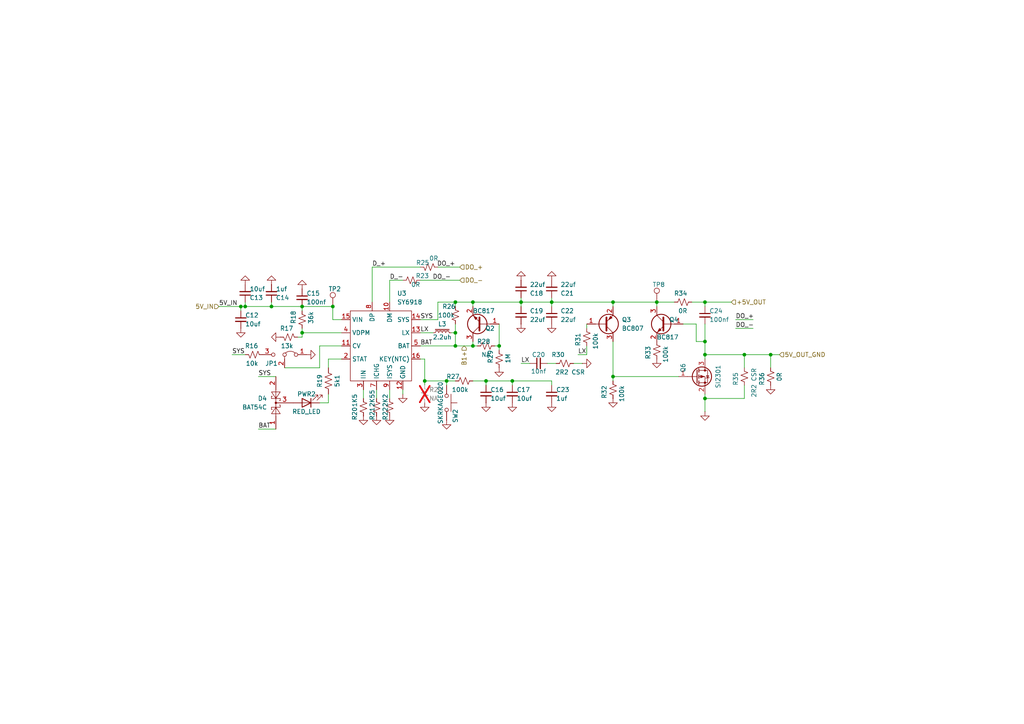
<source format=kicad_sch>
(kicad_sch (version 20250114) (generator "eeschema") (generator_version "9.0")
  (paper "A4")
  (lib_symbols
    (symbol "Connector:TestPoint" (pin_numbers (hide yes)) (pin_names (offset 0.762) (hide yes))
      (property "Reference" "TP" (at 0 6.858 0))
      (property "Value" "TestPoint" (at 0 5.08 0))
      (symbol "TestPoint_0_1"
        (circle (center 0 3.302) (radius 0.762))
      )
      (symbol "TestPoint_1_1"
        (pin passive line (at 0 0 90) (length 2.54) (name "1") (number "1"))
      )
    )
    (symbol "Device:C_Small" (pin_numbers (hide yes)) (pin_names (offset 0.254) (hide yes))
      (property "Reference" "C" (at 0.254 1.778 0))
      (property "Value" "C_Small" (at 0.254 -2.032 0))
      (symbol "C_Small_0_1"
        (polyline (pts (xy -1.524 0.508) (xy 1.524 0.508)) (stroke (width 0.3048)))
        (polyline (pts (xy -1.524 -0.508) (xy 1.524 -0.508)) (stroke (width 0.3302)))
      )
      (symbol "C_Small_1_1"
        (pin passive line (at 0 2.54 270) (length 2.032) (name "~") (number "1"))
        (pin passive line (at 0 -2.54 90) (length 2.032) (name "~") (number "2"))
      )
    )
    (symbol "Device:LED" (pin_numbers (hide yes)) (pin_names (offset 1.016) (hide yes))
      (property "Reference" "D" (at 0 2.54 0))
      (property "Value" "LED" (at 0 -2.54 0))
      (symbol "LED_0_1"
        (polyline (pts (xy -3.048 -0.762) (xy -4.572 -2.286) (xy -3.81 -2.286) (xy -4.572 -2.286) (xy -4.572 -1.524)))
        (polyline (pts (xy -1.778 -0.762) (xy -3.302 -2.286) (xy -2.54 -2.286) (xy -3.302 -2.286) (xy -3.302 -1.524)))
        (polyline (pts (xy -1.27 0) (xy 1.27 0)))
        (polyline (pts (xy -1.27 -1.27) (xy -1.27 1.27)) (stroke (width 0.254)))
        (polyline (pts (xy 1.27 -1.27) (xy 1.27 1.27) (xy -1.27 0) (xy 1.27 -1.27)) (stroke (width 0.254)))
      )
      (symbol "LED_1_1"
        (pin passive line (at -3.81 0 0) (length 2.54) (name "K") (number "1"))
        (pin passive line (at 3.81 0 180) (length 2.54) (name "A") (number "2"))
      )
    )
    (symbol "Device:L_Iron_Small" (pin_numbers (hide yes)) (pin_names (offset 0.254) (hide yes))
      (property "Reference" "L" (at 1.27 1.016 0))
      (property "Value" "L_Iron_Small" (at 1.27 -1.27 0))
      (symbol "L_Iron_Small_0_1"
        (arc (start 0 2.032) (mid 0.5058 1.524) (end 0 1.016))
        (arc (start 0 1.016) (mid 0.5058 0.508) (end 0 0))
        (arc (start 0 0) (mid 0.5058 -0.508) (end 0 -1.016))
        (arc (start 0 -1.016) (mid 0.5058 -1.524) (end 0 -2.032))
        (polyline (pts (xy 0.762 2.032) (xy 0.762 -2.032)))
        (polyline (pts (xy 1.016 -2.032) (xy 1.016 2.032)))
      )
      (symbol "L_Iron_Small_1_1"
        (pin passive line (at 0 2.54 270) (length 0.508) (name "~") (number "1"))
        (pin passive line (at 0 -2.54 90) (length 0.508) (name "~") (number "2"))
      )
    )
    (symbol "Device:R_US" (pin_numbers (hide yes)) (pin_names (offset 0))
      (property "Reference" "R" (at 2.54 0 90))
      (property "Value" "R_US" (at -2.54 0 90))
      (symbol "R_US_0_1"
        (polyline (pts (xy 0 2.286) (xy 0 2.54)))
        (polyline (pts (xy 0 2.286) (xy 1.016 1.905) (xy 0 1.524) (xy -1.016 1.143) (xy 0 0.762)))
        (polyline (pts (xy 0 0.762) (xy 1.016 0.381) (xy 0 0) (xy -1.016 -0.381) (xy 0 -0.762)))
        (polyline (pts (xy 0 -0.762) (xy 1.016 -1.143) (xy 0 -1.524) (xy -1.016 -1.905) (xy 0 -2.286)))
        (polyline (pts (xy 0 -2.286) (xy 0 -2.54)))
      )
      (symbol "R_US_1_1"
        (pin passive line (at 0 3.81 270) (length 1.27) (name "~") (number "1"))
        (pin passive line (at 0 -3.81 90) (length 1.27) (name "~") (number "2"))
      )
    )
    (symbol "Diode:BAT54C" (pin_names (offset 1.016))
      (property "Reference" "D" (at 0.635 -3.81 0))
      (property "Value" "BAT54C" (at -6.35 3.175 0))
      (symbol "BAT54C_0_1"
        (polyline (pts (xy -3.175 -1.27) (xy -3.175 1.27) (xy -1.27 0) (xy -3.175 -1.27)))
        (polyline (pts (xy -1.905 1.27) (xy -1.905 1.016)))
        (polyline (pts (xy -1.905 0) (xy 1.905 0)))
        (polyline (pts (xy -1.27 1.27) (xy -1.905 1.27)))
        (polyline (pts (xy -1.27 1.27) (xy -1.27 -1.27)))
        (polyline (pts (xy -1.27 0) (xy -3.81 0)))
        (polyline (pts (xy -1.27 -1.27) (xy -0.635 -1.27)))
        (polyline (pts (xy -0.635 -1.27) (xy -0.635 -1.016)))
        (circle (center 0 0) (radius 0.254) (fill (type outline)))
        (polyline (pts (xy 0.635 -1.27) (xy 0.635 -1.016)))
        (polyline (pts (xy 1.27 1.27) (xy 1.27 -1.27)))
        (polyline (pts (xy 1.27 1.27) (xy 1.905 1.27)))
        (polyline (pts (xy 1.27 -1.27) (xy 0.635 -1.27)))
        (polyline (pts (xy 1.905 1.27) (xy 1.905 1.016)))
        (polyline (pts (xy 3.175 -1.27) (xy 3.175 1.27) (xy 1.27 0) (xy 3.175 -1.27)))
        (polyline (pts (xy 3.81 0) (xy 1.27 0)))
      )
      (symbol "BAT54C_1_1"
        (pin passive line (at -7.62 0 0) (length 3.81) (name "~") (number "1"))
        (pin passive line (at 0 -5.08 90) (length 5.08) (name "~") (number "3"))
        (pin passive line (at 7.62 0 180) (length 3.81) (name "~") (number "2"))
      )
    )
    (symbol "Jumper:Jumper_3_Bridged12" (pin_names (offset 0) (hide yes)) (in_bom no)
      (property "Reference" "JP" (at -2.54 -2.54 0))
      (property "Value" "Jumper_3_Bridged12" (at 0 2.794 0))
      (symbol "Jumper_3_Bridged12_0_0"
        (circle (center -3.302 0) (radius 0.508))
        (circle (center 0 0) (radius 0.508))
        (circle (center 3.302 0) (radius 0.508))
      )
      (symbol "Jumper_3_Bridged12_0_1"
        (arc (start -3.048 0.508) (mid -1.651 0.9912) (end -0.254 0.508))
        (polyline (pts (xy 0 -1.27) (xy 0 -0.508)))
      )
      (symbol "Jumper_3_Bridged12_1_1"
        (pin passive line (at -6.35 0 0) (length 2.54) (name "A") (number "1"))
        (pin passive line (at 0 -3.81 90) (length 2.54) (name "C") (number "2"))
        (pin passive line (at 6.35 0 180) (length 2.54) (name "B") (number "3"))
      )
    )
    (symbol "Mosfet:P-Channel_sot_23" (pin_names (hide yes))
      (property "Reference" "Q" (at 5.08 1.905 0))
      (property "Value" "P-Channel_sot_23" (at 5.08 0 0))
      (symbol "P-Channel_sot_23_0_1"
        (polyline (pts (xy 0.254 1.905) (xy 0.254 -1.905)) (stroke (width 0.254)))
        (polyline (pts (xy 0.254 0) (xy -2.54 0)))
        (polyline (pts (xy 0.762 2.286) (xy 0.762 1.27)) (stroke (width 0.254)))
        (polyline (pts (xy 0.762 1.778) (xy 3.302 1.778) (xy 3.302 -1.778) (xy 0.762 -1.778)))
        (polyline (pts (xy 0.762 0.508) (xy 0.762 -0.508)) (stroke (width 0.254)))
        (polyline (pts (xy 0.762 -1.27) (xy 0.762 -2.286)) (stroke (width 0.254)))
        (circle (center 1.651 0) (radius 2.794) (stroke (width 0.254)))
        (polyline (pts (xy 2.286 0) (xy 1.27 0.381) (xy 1.27 -0.381) (xy 2.286 0)) (fill (type outline)))
        (polyline (pts (xy 2.54 2.54) (xy 2.54 1.778)))
        (circle (center 2.54 1.778) (radius 0.254) (fill (type outline)))
        (circle (center 2.54 -1.778) (radius 0.254) (fill (type outline)))
        (polyline (pts (xy 2.54 -2.54) (xy 2.54 0) (xy 0.762 0)))
        (polyline (pts (xy 2.794 -0.508) (xy 2.921 -0.381) (xy 3.683 -0.381) (xy 3.81 -0.254)))
        (polyline (pts (xy 3.302 -0.381) (xy 2.921 0.254) (xy 3.683 0.254) (xy 3.302 -0.381)))
      )
      (symbol "P-Channel_sot_23_1_1"
        (pin input line (at -5.08 0 0) (length 2.54) (name "G") (number "1"))
        (pin passive line (at 2.54 5.08 270) (length 2.54) (name "D") (number "3"))
        (pin passive line (at 2.54 -5.08 90) (length 2.54) (name "S") (number "2"))
      )
    )
    (symbol "RGB_5050:R_Small_US" (pin_numbers (hide yes)) (pin_names (offset 0.254) (hide yes))
      (property "Reference" "R" (at 0.762 0.508 0))
      (property "Value" "R_Small_US" (at 0.762 -1.016 0))
      (symbol "R_Small_US_1_1"
        (polyline (pts (xy 0 1.524) (xy 1.016 1.143) (xy 0 0.762) (xy -1.016 0.381) (xy 0 0)))
        (polyline (pts (xy 0 0) (xy 1.016 -0.381) (xy 0 -0.762) (xy -1.016 -1.143) (xy 0 -1.524)))
        (pin passive line (at 0 2.54 270) (length 1.016) (name "~") (number "1"))
        (pin passive line (at 0 -2.54 90) (length 1.016) (name "~") (number "2"))
      )
    )
    (symbol "Silergy:SY6918"
      (property "Reference" "U" (at 1.27 2.54 0))
      (property "Value" "SY6918" (at 0 0 0))
      (symbol "SY6918_0_1"
        (rectangle (start -8.89 10.16) (end 8.89 -10.16))
      )
      (symbol "SY6918_1_1"
        (pin power_in line (at -11.43 7.62 0) (length 2.54) (name "VIN") (number "15"))
        (pin input line (at -11.43 3.81 0) (length 2.54) (name "VDPM") (number "4"))
        (pin input line (at -11.43 0 0) (length 2.54) (name "CV") (number "11"))
        (pin input line (at -11.43 -3.81 0) (length 2.54) (hide yes) (name "NA") (number "1"))
        (pin input line (at -11.43 -3.81 0) (length 2.54) (name "STAT") (number "2"))
        (pin input line (at -5.08 -12.7 90) (length 2.54) (name "IIN") (number "3"))
        (pin bidirectional line (at -2.54 12.7 270) (length 2.54) (name "DP") (number "8"))
        (pin input line (at -1.27 -12.7 90) (length 2.54) (name "ICHG") (number "7"))
        (pin bidirectional line (at 2.54 12.7 270) (length 2.54) (name "DM") (number "10"))
        (pin input line (at 2.54 -12.7 90) (length 2.54) (name "ISYS") (number "9"))
        (pin input line (at 6.35 -12.7 90) (length 2.54) (name "GND") (number "12"))
        (pin power_out line (at 11.43 7.62 180) (length 2.54) (name "SYS") (number "14"))
        (pin output line (at 11.43 3.81 180) (length 2.54) (name "LX") (number "13"))
        (pin power_out line (at 11.43 0 180) (length 2.54) (name "BAT") (number "5"))
        (pin input line (at 11.43 0 180) (length 2.54) (hide yes) (name "NA") (number "6"))
        (pin input line (at 11.43 -3.81 180) (length 2.54) (name "KEY(NTC)") (number "16"))
      )
    )
    (symbol "Switch:SW_Push" (pin_numbers (hide yes)) (pin_names (offset 1.016) (hide yes))
      (property "Reference" "SW" (at 1.27 2.54 0))
      (property "Value" "SW_Push" (at 0 -1.524 0))
      (symbol "SW_Push_0_1"
        (circle (center -2.032 0) (radius 0.508))
        (polyline (pts (xy 0 1.27) (xy 0 3.048)))
        (circle (center 2.032 0) (radius 0.508))
        (polyline (pts (xy 2.54 1.27) (xy -2.54 1.27)))
        (pin passive line (at -5.08 0 0) (length 2.54) (name "1") (number "1"))
        (pin passive line (at 5.08 0 180) (length 2.54) (name "2") (number "2"))
      )
    )
    (symbol "Transistor_BJT:BC807" (pin_names (offset 0) (hide yes))
      (property "Reference" "Q" (at 5.08 1.905 0))
      (property "Value" "BC807" (at 5.08 0 0))
      (symbol "BC807_0_1"
        (polyline (pts (xy -2.54 0) (xy 0.635 0)))
        (polyline (pts (xy 0.635 1.905) (xy 0.635 -1.905)) (stroke (width 0.508)))
        (polyline (pts (xy 0.635 0.635) (xy 2.54 2.54)))
        (polyline (pts (xy 0.635 -0.635) (xy 2.54 -2.54)))
        (circle (center 1.27 0) (radius 2.8194) (stroke (width 0.254)))
        (polyline (pts (xy 2.286 -1.778) (xy 1.778 -2.286) (xy 1.27 -1.27) (xy 2.286 -1.778)) (fill (type outline)))
      )
      (symbol "BC807_1_1"
        (pin input line (at -5.08 0 0) (length 2.54) (name "B") (number "1"))
        (pin passive line (at 2.54 5.08 270) (length 2.54) (name "C") (number "3"))
        (pin passive line (at 2.54 -5.08 90) (length 2.54) (name "E") (number "2"))
      )
    )
    (symbol "Transistor_BJT:BC817" (pin_names (offset 0) (hide yes))
      (property "Reference" "Q" (at 5.08 1.905 0))
      (property "Value" "BC817" (at 5.08 0 0))
      (symbol "BC817_0_1"
        (polyline (pts (xy -2.54 0) (xy 0.635 0)))
        (polyline (pts (xy 0.635 1.905) (xy 0.635 -1.905)) (stroke (width 0.508)))
        (circle (center 1.27 0) (radius 2.8194) (stroke (width 0.254)))
      )
      (symbol "BC817_1_1"
        (polyline (pts (xy 0.635 0.635) (xy 2.54 2.54)))
        (polyline (pts (xy 0.635 -0.635) (xy 2.54 -2.54)))
        (polyline (pts (xy 1.27 -1.778) (xy 1.778 -1.27) (xy 2.286 -2.286) (xy 1.27 -1.778)) (fill (type outline)))
        (pin input line (at -5.08 0 0) (length 2.54) (name "B") (number "1"))
        (pin passive line (at 2.54 5.08 270) (length 2.54) (name "C") (number "3"))
        (pin passive line (at 2.54 -5.08 90) (length 2.54) (name "E") (number "2"))
      )
    )
    (symbol "power:GND" (power) (pin_numbers (hide yes)) (pin_names (offset 0) (hide yes))
      (property "Value" "GND" (at 0 -3.81 0))
      (symbol "GND_0_1"
        (polyline (pts (xy 0 0) (xy 0 -1.27) (xy 1.27 -1.27) (xy 0 -2.54) (xy -1.27 -1.27) (xy 0 -1.27)))
      )
      (symbol "GND_1_1"
        (pin power_in line (at 0 0 270) (length 0) (name "~") (number "1"))
      )
    )
  )
  (junction (at 87.63 96.52))
  (junction (at 223.52 102.87))
  (junction (at 148.59 110.49))
  (junction (at 177.8 109.22))
  (junction (at 69.85 88.9))
  (junction (at 87.63 88.9))
  (junction (at 96.52 88.9))
  (junction (at 78.74 88.9))
  (junction (at 144.78 100.33))
  (junction (at 132.08 96.52))
  (junction (at 151.13 87.63))
  (junction (at 129.54 110.49))
  (junction (at 177.8 87.63))
  (junction (at 132.08 87.63))
  (junction (at 204.47 99.06))
  (junction (at 160.02 87.63))
  (junction (at 215.9 102.87))
  (junction (at 204.47 87.63))
  (junction (at 137.16 100.33))
  (junction (at 132.08 100.33))
  (junction (at 204.47 115.57))
  (junction (at 140.97 110.49))
  (junction (at 137.16 87.63))
  (junction (at 123.19 110.49))
  (junction (at 204.47 102.87))
  (junction (at 71.12 88.9))
  (junction (at 190.5 87.63))
  (wire (pts (xy 215.9 102.87) (xy 204.47 102.87)))
  (wire (pts (xy 223.52 102.87) (xy 215.9 102.87)))
  (wire (pts (xy 170.18 100.33) (xy 170.18 102.87)))
  (wire (pts (xy 151.13 105.41) (xy 153.67 105.41)))
  (wire (pts (xy 204.47 87.63) (xy 204.47 88.9)))
  (wire (pts (xy 198.12 93.98) (xy 201.93 93.98)))
  (wire (pts (xy 151.13 86.36) (xy 151.13 87.63)))
  (wire (pts (xy 204.47 115.57) (xy 215.9 115.57)))
  (wire (pts (xy 213.36 92.71) (xy 218.44 92.71)))
  (wire (pts (xy 127 77.47) (xy 133.35 77.47)))
  (wire (pts (xy 204.47 119.38) (xy 204.47 115.57)))
  (wire (pts (xy 204.47 87.63) (xy 212.09 87.63)))
  (wire (pts (xy 87.63 90.17) (xy 87.63 88.9)))
  (wire (pts (xy 99.06 100.33) (xy 92.71 100.33)))
  (wire (pts (xy 177.8 99.06) (xy 177.8 109.22)))
  (wire (pts (xy 177.8 109.22) (xy 196.85 109.22)))
  (wire (pts (xy 92.71 100.33) (xy 92.71 106.68)))
  (wire (pts (xy 160.02 110.49) (xy 160.02 111.76)))
  (wire (pts (xy 113.03 87.63) (xy 113.03 81.28)))
  (wire (pts (xy 74.93 124.46) (xy 80.01 124.46)))
  (wire (pts (xy 215.9 111.76) (xy 215.9 115.57)))
  (wire (pts (xy 121.92 92.71) (xy 127 92.71)))
  (wire (pts (xy 71.12 88.9) (xy 78.74 88.9)))
  (wire (pts (xy 151.13 87.63) (xy 151.13 88.9)))
  (wire (pts (xy 87.63 96.52) (xy 87.63 97.79)))
  (wire (pts (xy 190.5 87.63) (xy 195.58 87.63)))
  (wire (pts (xy 96.52 92.71) (xy 99.06 92.71)))
  (wire (pts (xy 121.92 81.28) (xy 133.35 81.28)))
  (wire (pts (xy 113.03 113.03) (xy 113.03 115.57)))
  (wire (pts (xy 144.78 100.33) (xy 144.78 101.6)))
  (wire (pts (xy 123.19 110.49) (xy 123.19 111.76)))
  (wire (pts (xy 95.25 106.68) (xy 95.25 104.14)))
  (wire (pts (xy 161.29 105.41) (xy 158.75 105.41)))
  (wire (pts (xy 144.78 93.98) (xy 144.78 100.33)))
  (wire (pts (xy 148.59 110.49) (xy 160.02 110.49)))
  (wire (pts (xy 204.47 102.87) (xy 204.47 104.14)))
  (wire (pts (xy 132.08 93.98) (xy 132.08 96.52)))
  (wire (pts (xy 177.8 109.22) (xy 177.8 110.49)))
  (wire (pts (xy 132.08 87.63) (xy 137.16 87.63)))
  (wire (pts (xy 160.02 87.63) (xy 160.02 88.9)))
  (wire (pts (xy 177.8 87.63) (xy 177.8 88.9)))
  (wire (pts (xy 129.54 110.49) (xy 129.54 111.76)))
  (wire (pts (xy 151.13 87.63) (xy 160.02 87.63)))
  (wire (pts (xy 201.93 99.06) (xy 204.47 99.06)))
  (wire (pts (xy 96.52 88.9) (xy 96.52 92.71)))
  (wire (pts (xy 74.93 109.22) (xy 80.01 109.22)))
  (wire (pts (xy 160.02 87.63) (xy 177.8 87.63)))
  (wire (pts (xy 148.59 110.49) (xy 148.59 111.76)))
  (wire (pts (xy 177.8 87.63) (xy 190.5 87.63)))
  (wire (pts (xy 132.08 100.33) (xy 137.16 100.33)))
  (wire (pts (xy 132.08 96.52) (xy 132.08 100.33)))
  (wire (pts (xy 204.47 115.57) (xy 204.47 114.3)))
  (wire (pts (xy 140.97 110.49) (xy 140.97 111.76)))
  (wire (pts (xy 137.16 87.63) (xy 137.16 88.9)))
  (wire (pts (xy 129.54 110.49) (xy 132.08 110.49)))
  (wire (pts (xy 204.47 93.98) (xy 204.47 99.06)))
  (wire (pts (xy 226.06 102.87) (xy 223.52 102.87)))
  (wire (pts (xy 121.92 96.52) (xy 125.73 96.52)))
  (wire (pts (xy 63.5 88.9) (xy 69.85 88.9)))
  (wire (pts (xy 87.63 97.79) (xy 86.36 97.79)))
  (wire (pts (xy 67.31 102.87) (xy 71.12 102.87)))
  (wire (pts (xy 201.93 93.98) (xy 201.93 99.06)))
  (wire (pts (xy 223.52 102.87) (xy 223.52 106.68)))
  (wire (pts (xy 78.74 87.63) (xy 78.74 88.9)))
  (wire (pts (xy 78.74 88.9) (xy 87.63 88.9)))
  (wire (pts (xy 213.36 95.25) (xy 218.44 95.25)))
  (wire (pts (xy 132.08 88.9) (xy 132.08 87.63)))
  (wire (pts (xy 71.12 87.63) (xy 71.12 88.9)))
  (wire (pts (xy 140.97 110.49) (xy 148.59 110.49)))
  (wire (pts (xy 170.18 102.87) (xy 167.64 102.87)))
  (wire (pts (xy 116.84 113.03) (xy 116.84 114.3)))
  (wire (pts (xy 69.85 90.17) (xy 69.85 88.9)))
  (wire (pts (xy 137.16 110.49) (xy 140.97 110.49)))
  (wire (pts (xy 170.18 93.98) (xy 170.18 95.25)))
  (wire (pts (xy 190.5 87.63) (xy 190.5 88.9)))
  (wire (pts (xy 95.25 104.14) (xy 99.06 104.14)))
  (wire (pts (xy 137.16 99.06) (xy 137.16 100.33)))
  (wire (pts (xy 127 87.63) (xy 132.08 87.63)))
  (wire (pts (xy 215.9 102.87) (xy 215.9 106.68)))
  (wire (pts (xy 87.63 96.52) (xy 99.06 96.52)))
  (wire (pts (xy 87.63 88.9) (xy 96.52 88.9)))
  (wire (pts (xy 121.92 104.14) (xy 123.19 104.14)))
  (wire (pts (xy 69.85 88.9) (xy 71.12 88.9)))
  (wire (pts (xy 200.66 87.63) (xy 204.47 87.63)))
  (wire (pts (xy 92.71 106.68) (xy 82.55 106.68)))
  (wire (pts (xy 143.51 100.33) (xy 144.78 100.33)))
  (wire (pts (xy 204.47 99.06) (xy 204.47 102.87)))
  (wire (pts (xy 137.16 87.63) (xy 151.13 87.63)))
  (wire (pts (xy 123.19 104.14) (xy 123.19 110.49)))
  (wire (pts (xy 137.16 100.33) (xy 138.43 100.33)))
  (wire (pts (xy 121.92 100.33) (xy 132.08 100.33)))
  (wire (pts (xy 92.71 116.84) (xy 95.25 116.84)))
  (wire (pts (xy 105.41 113.03) (xy 105.41 115.57)))
  (wire (pts (xy 107.95 87.63) (xy 107.95 77.47)))
  (wire (pts (xy 132.08 96.52) (xy 130.81 96.52)))
  (wire (pts (xy 95.25 116.84) (xy 95.25 114.3)))
  (wire (pts (xy 168.91 105.41) (xy 166.37 105.41)))
  (wire (pts (xy 87.63 95.25) (xy 87.63 96.52)))
  (wire (pts (xy 123.19 110.49) (xy 129.54 110.49)))
  (wire (pts (xy 109.22 113.03) (xy 109.22 115.57)))
  (wire (pts (xy 127 92.71) (xy 127 87.63)))
  (wire (pts (xy 160.02 86.36) (xy 160.02 87.63)))
  (wire (pts (xy 107.95 77.47) (xy 121.92 77.47)))
  (wire (pts (xy 113.03 81.28) (xy 116.84 81.28)))
  (label "DO_-" (at 130.81 81.28 180))
  (label "LX" (at 121.92 96.52 0))
  (label "SYS" (at 67.31 102.87 0))
  (label "DO_+" (at 132.08 77.47 180))
  (label "LX" (at 167.64 102.87 0))
  (label "D_+" (at 107.95 77.47 0))
  (label "DO_+" (at 213.36 92.71 0))
  (label "LX" (at 151.13 105.41 0))
  (label "BAT" (at 121.92 100.33 0))
  (label "D_-" (at 113.03 81.28 0))
  (label "DO_-" (at 213.36 95.25 0))
  (label "SYS" (at 74.93 109.22 0))
  (label "BAT" (at 74.93 124.46 0))
  (label "5V_IN" (at 63.5 88.9 0))
  (label "SYS" (at 121.92 92.71 0))
  (hierarchical_label "5V_OUT_GND" (shape input) (at 226.06 102.87 0))
  (hierarchical_label "5V_IN" (shape input) (at 63.5 88.9 180))
  (hierarchical_label "DO_+" (shape input) (at 133.35 77.47 0))
  (hierarchical_label "B1+" (shape input) (at 134.62 100.33 270))
  (hierarchical_label "+5V_OUT" (shape input) (at 212.09 87.63 0))
  (hierarchical_label "DO_-" (shape input) (at 133.35 81.28 0))
  (symbol (lib_id "Jumper:Jumper_3_Bridged12") (at 82.55 102.87 0) (mirror y) (unit 1) (in_bom no)
    (property "Reference" "JP1" (at 78.74 105.41 0))
    (property "Value" "Jumper_3_Bridged12" (effects (hide yes)))
    (property "Footprint" "JUMPER_SMD:J_0402_1005Metric" (effects (hide yes)))
    (property "Description" "Jumper, 3-pole, pins 1+2 closed/bridged" (effects (hide yes)))
  )
  (symbol (lib_id "RGB_5050:R_Small_US") (at 215.9 109.22 180) (unit 1)
    (property "Reference" "R35" (at 213.36 107.95 90) (effects (justify left)))
    (property "Value" "2R2 CSR" (at 218.694 106.68 90) (effects (justify left)))
    (property "Footprint" "Resistor_SMD:R_1206_3216Metric" (effects (hide yes)))
    (property "Description" "Resistor, small US symbol" (effects (hide yes)))
  )
  (symbol (lib_id "Device:C_Small") (at 160.02 91.44 0) (unit 1)
    (property "Reference" "C22" (at 162.56 90.1762 0) (effects (justify left)))
    (property "Value" "22uf" (at 162.56 92.7162 0) (effects (justify left)))
    (property "Footprint" "Capacitor_SMD:C_1206_3216Metric" (effects (hide yes)))
    (property "Description" "Unpolarized capacitor, small symbol" (effects (hide yes)))
  )
  (symbol (lib_id "Device:C_Small") (at 87.63 86.36 0) (unit 1)
    (property "Reference" "C15" (at 88.9 85.09 0) (effects (justify left)))
    (property "Value" "100nf" (at 88.9 87.63 0) (effects (justify left)))
    (property "Footprint" "Capacitor_SMD:C_0603_1608Metric" (effects (hide yes)))
    (property "Description" "Unpolarized capacitor, small symbol" (effects (hide yes)))
  )
  (symbol (lib_id "power:GND") (at 190.5 104.14 0) (unit 1)
    (property "Reference" "#PWR049" (effects (hide yes)))
    (property "Value" "GND" (effects (hide yes)))
    (property "Description" "Power symbol creates a global label with name \"GND\" , ground" (effects (hide yes)))
  )
  (symbol (lib_id "Device:C_Small") (at 78.74 85.09 0) (mirror x) (unit 1)
    (property "Reference" "C14" (at 80.01 86.36 0) (effects (justify left)))
    (property "Value" "1uf" (at 80.01 83.82 0) (effects (justify left)))
    (property "Footprint" "Capacitor_SMD:C_0603_1608Metric" (effects (hide yes)))
    (property "Description" "Unpolarized capacitor, small symbol" (effects (hide yes)))
  )
  (symbol (lib_id "RGB_5050:R_Small_US") (at 170.18 97.79 180) (unit 1)
    (property "Reference" "R31" (at 167.64 96.52 90) (effects (justify left)))
    (property "Value" "100k" (at 172.72 96.52 90) (effects (justify left)))
    (property "Footprint" "Resistor_SMD:R_0603_1608Metric" (effects (hide yes)))
    (property "Description" "Resistor, small US symbol" (effects (hide yes)))
  )
  (symbol (lib_id "Device:C_Small") (at 160.02 83.82 0) (mirror x) (unit 1)
    (property "Reference" "C21" (at 162.56 85.0838 0) (effects (justify left)))
    (property "Value" "22uf" (at 162.56 82.5438 0) (effects (justify left)))
    (property "Footprint" "Capacitor_SMD:C_1206_3216Metric" (effects (hide yes)))
    (property "Description" "Unpolarized capacitor, small symbol" (effects (hide yes)))
  )
  (symbol (lib_id "Device:C_Small") (at 151.13 91.44 0) (unit 1)
    (property "Reference" "C19" (at 153.67 90.1762 0) (effects (justify left)))
    (property "Value" "22uf" (at 153.67 92.7162 0) (effects (justify left)))
    (property "Footprint" "Capacitor_SMD:C_1206_3216Metric" (effects (hide yes)))
    (property "Description" "Unpolarized capacitor, small symbol" (effects (hide yes)))
  )
  (symbol (lib_id "Device:R_US") (at 95.25 110.49 180) (unit 1)
    (property "Reference" "R19" (at 92.71 110.49 90))
    (property "Value" "5k1" (at 97.79 110.49 90))
    (property "Footprint" "Resistor_SMD:R_0603_1608Metric" (effects (hide yes)))
    (property "Description" "Resistor, US symbol" (effects (hide yes)))
    (property "Manufacturer_Name" "MULTICOMP PRO" (effects (hide yes)))
    (property "Manufacturer_Part_Number" "MCWR06X5101FTL" (effects (hide yes)))
    (property "LCSC_Part" "C23186" (effects (hide yes)))
    (property "Manufacturer_Name_2" "UNI-ROYAL(Uniroyal Elec)" (effects (hide yes)))
    (property "Manufacturer_Part_Number_2" "0603WAF5101T5E" (effects (hide yes)))
  )
  (symbol (lib_id "RGB_5050:R_Small_US") (at 132.08 91.44 0) (unit 1)
    (property "Reference" "R26" (at 128.27 88.9 0) (effects (justify left)))
    (property "Value" "100k" (at 127 91.44 0) (effects (justify left)))
    (property "Footprint" "Resistor_SMD:R_0603_1608Metric" (effects (hide yes)))
    (property "Description" "Resistor, small US symbol" (effects (hide yes)))
  )
  (symbol (lib_id "Transistor_BJT:BC817") (at 193.04 93.98 0) (mirror y) (unit 1)
    (property "Reference" "Q4" (at 196.85 92.71 0) (effects (justify left)))
    (property "Value" "BC817" (at 196.85 97.79 0) (effects (justify left)))
    (property "Footprint" "Package_TO_SOT_SMD:SOT-23" (effects (hide yes)))
    (property "Datasheet" "https://www.onsemi.com/pub/Collateral/BC818-D.pdf" (effects (hide yes)))
    (property "Description" "0.8A Ic, 45V Vce, NPN Transistor, SOT-23" (effects (hide yes)))
  )
  (symbol (lib_id "power:GND") (at 168.91 105.41 90) (unit 1)
    (property "Reference" "#PWR047" (effects (hide yes)))
    (property "Value" "GND" (effects (hide yes)))
    (property "Description" "Power symbol creates a global label with name \"GND\" , ground" (effects (hide yes)))
  )
  (symbol (lib_id "power:GND") (at 140.97 116.84 0) (unit 1)
    (property "Reference" "#PWR039" (effects (hide yes)))
    (property "Value" "GND" (effects (hide yes)))
    (property "Description" "Power symbol creates a global label with name \"GND\" , ground" (effects (hide yes)))
  )
  (symbol (lib_id "power:GND") (at 151.13 93.98 0) (unit 1)
    (property "Reference" "#PWR043" (effects (hide yes)))
    (property "Value" "GND" (effects (hide yes)))
    (property "Description" "Power symbol creates a global label with name \"GND\" , ground" (effects (hide yes)))
  )
  (symbol (lib_id "RGB_5050:R_Small_US") (at 105.41 118.11 0) (unit 1)
    (property "Reference" "R20" (at 102.87 121.92 90) (effects (justify left)))
    (property "Value" "1K5" (at 102.87 118.11 90) (effects (justify left)))
    (property "Footprint" "Resistor_SMD:R_0603_1608Metric" (effects (hide yes)))
    (property "Description" "Resistor, small US symbol" (effects (hide yes)))
  )
  (symbol (lib_id "RGB_5050:R_Small_US") (at 144.78 104.14 0) (unit 1)
    (property "Reference" "R29" (at 142.24 105.41 90) (effects (justify left)))
    (property "Value" "1M" (at 147.32 105.41 90) (effects (justify left)))
    (property "Footprint" "Resistor_SMD:R_0805_2012Metric" (effects (hide yes)))
    (property "Description" "Resistor, small US symbol" (effects (hide yes)))
  )
  (symbol (lib_id "power:GND") (at 160.02 116.84 0) (unit 1)
    (property "Reference" "#PWR046" (effects (hide yes)))
    (property "Value" "GND" (effects (hide yes)))
    (property "Description" "Power symbol creates a global label with name \"GND\" , ground" (effects (hide yes)))
  )
  (symbol (lib_id "power:GND") (at 71.12 82.55 0) (mirror x) (unit 1)
    (property "Reference" "#PWR028" (effects (hide yes)))
    (property "Value" "GND" (effects (hide yes)))
    (property "Description" "Power symbol creates a global label with name \"GND\" , ground" (effects (hide yes)))
  )
  (symbol (lib_id "Transistor_BJT:BC817") (at 139.7 93.98 180) (unit 1)
    (property "Reference" "Q2" (at 143.51 95.25 0) (effects (justify left)))
    (property "Value" "BC817" (at 143.51 90.17 0) (effects (justify left)))
    (property "Footprint" "Package_TO_SOT_SMD:SOT-23" (effects (hide yes)))
    (property "Datasheet" "https://www.onsemi.com/pub/Collateral/BC818-D.pdf" (effects (hide yes)))
    (property "Description" "0.8A Ic, 45V Vce, NPN Transistor, SOT-23" (effects (hide yes)))
  )
  (symbol (lib_id "Switch:SW_Push") (at 129.54 116.84 270) (unit 1)
    (property "Reference" "SW2" (at 132.08 120.65 0))
    (property "Value" "SKRKAGE020" (at 127.762 116.84 0))
    (property "Footprint" "Button:SW_Push_SPST_NO_Alps_SKRK" (effects (hide yes)))
    (property "Datasheet" "https://www.mouser.in/datasheet/2/15/SKRK-1370789.pdf" (effects (hide yes)))
    (property "Description" "Push button switch, generic, two pins" (effects (hide yes)))
    (property "Link" "https://www.ktron.in/product/3x4x2mm-smd-tactile-switch/?v=c86ee0d9d7ed" (effects (hide yes)))
    (property "LCSC_Part" "C18077675" (effects (hide yes)))
    (property "Manufacturer_Name" "Alps Alpine" (effects (hide yes)))
    (property "Manufacturer_Name_2" "Bossie" (effects (hide yes)))
    (property "Manufacturer_Part_Number" "SKRKAGE020" (effects (hide yes)))
    (property "Manufacturer_Part_Number_2" "BX-TS-26-3929325T" (effects (hide yes)))
  )
  (symbol (lib_id "Connector:TestPoint") (at 96.52 88.9 0) (unit 1)
    (property "Reference" "TP2" (at 95.25 83.82 0) (effects (justify left)))
    (property "Value" "TestPoint" (effects (hide yes)))
    (property "Footprint" "TestPoint:TestPoint_Pad_D1.0mm" (effects (hide yes)))
    (property "Description" "test point" (effects (hide yes)))
  )
  (symbol (lib_id "Device:C_Small") (at 204.47 91.44 0) (unit 1)
    (property "Reference" "C24" (at 205.74 90.17 0) (effects (justify left)))
    (property "Value" "100nf" (at 205.74 92.71 0) (effects (justify left)))
    (property "Footprint" "Capacitor_SMD:C_0603_1608Metric" (effects (hide yes)))
    (property "Description" "Unpolarized capacitor, small symbol" (effects (hide yes)))
  )
  (symbol (lib_id "power:GND") (at 177.8 115.57 0) (unit 1)
    (property "Reference" "#PWR048" (effects (hide yes)))
    (property "Value" "GND" (effects (hide yes)))
    (property "Description" "Power symbol creates a global label with name \"GND\" , ground" (effects (hide yes)))
  )
  (symbol (lib_id "Device:C_Small") (at 71.12 85.09 0) (mirror x) (unit 1)
    (property "Reference" "C13" (at 72.39 86.36 0) (effects (justify left)))
    (property "Value" "10uf" (at 72.39 83.82 0) (effects (justify left)))
    (property "Footprint" "Capacitor_SMD:C_1206_3216Metric" (effects (hide yes)))
    (property "Description" "Unpolarized capacitor, small symbol" (effects (hide yes)))
  )
  (symbol (lib_id "power:GND") (at 144.78 106.68 0) (unit 1)
    (property "Reference" "#PWR040" (effects (hide yes)))
    (property "Value" "GND" (effects (hide yes)))
    (property "Description" "Power symbol creates a global label with name \"GND\" , ground" (effects (hide yes)))
  )
  (symbol (lib_id "Device:C_Small") (at 156.21 105.41 90) (unit 1)
    (property "Reference" "C20" (at 156.21 102.87 90))
    (property "Value" "10nf" (at 156.21 107.696 90))
    (property "Footprint" "Capacitor_SMD:C_0603_1608Metric" (effects (hide yes)))
    (property "Description" "Unpolarized capacitor, small symbol" (effects (hide yes)))
  )
  (symbol (lib_id "RGB_5050:R_Small_US") (at 113.03 118.11 0) (unit 1)
    (property "Reference" "R22" (at 111.76 121.92 90) (effects (justify left)))
    (property "Value" "2K2" (at 111.76 118.11 90) (effects (justify left)))
    (property "Footprint" "Resistor_SMD:R_0603_1608Metric" (effects (hide yes)))
    (property "Description" "Resistor, small US symbol" (effects (hide yes)))
  )
  (symbol (lib_id "power:GND") (at 223.52 111.76 0) (unit 1)
    (property "Reference" "#PWR051" (effects (hide yes)))
    (property "Value" "GND" (effects (hide yes)))
    (property "Description" "Power symbol creates a global label with name \"GND\" , ground" (effects (hide yes)))
  )
  (symbol (lib_id "power:GND") (at 160.02 81.28 0) (mirror x) (unit 1)
    (property "Reference" "#PWR044" (effects (hide yes)))
    (property "Value" "GND" (effects (hide yes)))
    (property "Description" "Power symbol creates a global label with name \"GND\" , ground" (effects (hide yes)))
  )
  (symbol (lib_id "Device:C_Small") (at 69.85 92.71 0) (unit 1)
    (property "Reference" "C12" (at 71.12 91.44 0) (effects (justify left)))
    (property "Value" "10uf" (at 71.12 93.98 0) (effects (justify left)))
    (property "Footprint" "Capacitor_SMD:C_1206_3216Metric" (effects (hide yes)))
    (property "Description" "Unpolarized capacitor, small symbol" (effects (hide yes)))
  )
  (symbol (lib_id "RGB_5050:R_Small_US") (at 83.82 97.79 90) (mirror x) (unit 1)
    (property "Reference" "R17" (at 85.09 95.25 90) (effects (justify left)))
    (property "Value" "13k" (at 85.09 100.33 90) (effects (justify left)))
    (property "Footprint" "Resistor_SMD:R_0603_1608Metric" (effects (hide yes)))
    (property "Description" "Resistor, small US symbol" (effects (hide yes)))
  )
  (symbol (lib_id "Diode:BAT54C") (at 80.01 116.84 90) (unit 1)
    (property "Reference" "D4" (at 77.47 115.5699 90) (effects (justify left)))
    (property "Value" "BAT54C" (at 77.47 118.1099 90) (effects (justify left)))
    (property "Footprint" "Package_TO_SOT_SMD:SOT-23" (effects (hide yes)))
    (property "Datasheet" "http://www.diodes.com/_files/datasheets/ds11005.pdf" (effects (hide yes)))
    (property "Description" "dual schottky barrier diode, common cathode" (effects (hide yes)))
  )
  (symbol (lib_id "RGB_5050:R_Small_US") (at 123.19 114.3 0) (unit 1) (in_bom no) (dnp yes)
    (property "Reference" "R24" (at 124.46 113.03 0) (effects (justify left)))
    (property "Value" "NA" (at 124.46 115.57 0) (effects (justify left)))
    (property "Footprint" "Resistor_SMD:R_0603_1608Metric" (effects (hide yes)))
    (property "Description" "Resistor, small US symbol" (effects (hide yes)))
  )
  (symbol (lib_id "power:GND") (at 116.84 114.3 0) (unit 1)
    (property "Reference" "#PWR036" (effects (hide yes)))
    (property "Value" "GND" (effects (hide yes)))
    (property "Description" "Power symbol creates a global label with name \"GND\" , ground" (effects (hide yes)))
  )
  (symbol (lib_id "Device:C_Small") (at 151.13 83.82 0) (mirror x) (unit 1)
    (property "Reference" "C18" (at 153.67 85.0838 0) (effects (justify left)))
    (property "Value" "22uf" (at 153.67 82.5438 0) (effects (justify left)))
    (property "Footprint" "Capacitor_SMD:C_1206_3216Metric" (effects (hide yes)))
    (property "Description" "Unpolarized capacitor, small symbol" (effects (hide yes)))
  )
  (symbol (lib_id "Device:LED") (at 88.9 116.84 180) (unit 1)
    (property "Reference" "PWR2" (at 88.9 114.3 0))
    (property "Value" "RED_LED" (at 88.9 119.38 0))
    (property "Footprint" "LED_SMD:LED_0805_2012Metric" (effects (hide yes)))
    (property "Description" "Light emitting diode" (effects (hide yes)))
    (property "Sim.Pins" "1=K 2=A" (effects (hide yes)))
    (property "Manufacturer_Name" "MULTICOMP PRO" (effects (hide yes)))
    (property "Manufacturer_Part_Number" "MP006842" (effects (hide yes)))
    (property "LCSC_Part" "C965812" (effects (hide yes)))
    (property "Manufacturer_Name_2" "XINGLIGHT" (effects (hide yes)))
    (property "Manufacturer_Part_Number_2" "XL-2012SURC" (effects (hide yes)))
  )
  (symbol (lib_id "Device:L_Iron_Small") (at 128.27 96.52 90) (unit 1)
    (property "Reference" "L3" (at 128.27 93.98 90))
    (property "Value" "2.2uh" (at 128.27 97.79 90))
    (property "Footprint" "Inductor:L_APV_APH0650_6045" (effects (hide yes)))
    (property "Description" "Inductor with iron core, small symbol" (effects (hide yes)))
    (property "Field5" "1.5uh on evk as per data shet & design 2.2 for this ASPI-0630LR-2R2" (effects (hide yes)))
  )
  (symbol (lib_id "RGB_5050:R_Small_US") (at 134.62 110.49 90) (unit 1)
    (property "Reference" "R27" (at 133.35 109.22 90) (effects (justify left)))
    (property "Value" "100k" (at 135.89 113.03 90) (effects (justify left)))
    (property "Footprint" "Resistor_SMD:R_0603_1608Metric" (effects (hide yes)))
    (property "Description" "Resistor, small US symbol" (effects (hide yes)))
  )
  (symbol (lib_id "RGB_5050:R_Small_US") (at 140.97 100.33 90) (unit 1) (in_bom no)
    (property "Reference" "R28" (at 142.24 99.06 90) (effects (justify left)))
    (property "Value" "NA" (at 142.24 102.87 90) (effects (justify left)))
    (property "Footprint" "Resistor_SMD:R_0603_1608Metric" (effects (hide yes)))
    (property "Description" "Resistor, small US symbol" (effects (hide yes)))
  )
  (symbol (lib_id "RGB_5050:R_Small_US") (at 119.38 81.28 90) (unit 1)
    (property "Reference" "R23" (at 124.46 80.01 90) (effects (justify left)))
    (property "Value" "0R" (at 121.92 82.55 90) (effects (justify left)))
    (property "Footprint" "Resistor_SMD:R_0603_1608Metric" (effects (hide yes)))
    (property "Description" "Resistor, small US symbol" (effects (hide yes)))
  )
  (symbol (lib_id "Device:C_Small") (at 148.59 114.3 0) (unit 1)
    (property "Reference" "C17" (at 149.86 113.03 0) (effects (justify left)))
    (property "Value" "10uf" (at 149.86 115.57 0) (effects (justify left)))
    (property "Footprint" "Capacitor_SMD:C_0805_2012Metric" (effects (hide yes)))
    (property "Description" "Unpolarized capacitor, small symbol" (effects (hide yes)))
  )
  (symbol (lib_id "RGB_5050:R_Small_US") (at 190.5 101.6 180) (unit 1)
    (property "Reference" "R33" (at 187.96 100.33 90) (effects (justify left)))
    (property "Value" "100k" (at 193.04 100.33 90) (effects (justify left)))
    (property "Footprint" "Resistor_SMD:R_0603_1608Metric" (effects (hide yes)))
    (property "Description" "Resistor, small US symbol" (effects (hide yes)))
  )
  (symbol (lib_id "power:GND") (at 81.28 97.79 270) (unit 1)
    (property "Reference" "#PWR030" (effects (hide yes)))
    (property "Value" "GND" (effects (hide yes)))
    (property "Description" "Power symbol creates a global label with name \"GND\" , ground" (effects (hide yes)))
  )
  (symbol (lib_id "power:GND") (at 87.63 83.82 0) (mirror x) (unit 1)
    (property "Reference" "#PWR031" (effects (hide yes)))
    (property "Value" "GND" (effects (hide yes)))
    (property "Description" "Power symbol creates a global label with name \"GND\" , ground" (effects (hide yes)))
  )
  (symbol (lib_id "RGB_5050:R_Small_US") (at 109.22 118.11 0) (unit 1)
    (property "Reference" "R21" (at 107.95 121.92 90) (effects (justify left)))
    (property "Value" "2K55" (at 107.95 118.11 90) (effects (justify left)))
    (property "Footprint" "Resistor_SMD:R_0603_1608Metric" (effects (hide yes)))
    (property "Description" "Resistor, small US symbol" (effects (hide yes)))
  )
  (symbol (lib_id "power:GND") (at 69.85 95.25 0) (unit 1)
    (property "Reference" "#PWR027" (effects (hide yes)))
    (property "Value" "GND" (effects (hide yes)))
    (property "Description" "Power symbol creates a global label with name \"GND\" , ground" (effects (hide yes)))
  )
  (symbol (lib_id "power:GND") (at 88.9 102.87 90) (unit 1)
    (property "Reference" "#PWR032" (effects (hide yes)))
    (property "Value" "GND" (effects (hide yes)))
    (property "Description" "Power symbol creates a global label with name \"GND\" , ground" (effects (hide yes)))
  )
  (symbol (lib_id "Device:C_Small") (at 160.02 114.3 0) (unit 1)
    (property "Reference" "C23" (at 161.29 113.03 0) (effects (justify left)))
    (property "Value" "1uf" (at 161.29 115.57 0) (effects (justify left)))
    (property "Footprint" "Capacitor_SMD:C_0603_1608Metric" (effects (hide yes)))
    (property "Description" "Unpolarized capacitor, small symbol" (effects (hide yes)))
  )
  (symbol (lib_id "RGB_5050:R_Small_US") (at 124.46 77.47 270) (mirror x) (unit 1)
    (property "Reference" "R25" (at 120.65 76.2 90) (effects (justify left)))
    (property "Value" "0R" (at 124.46 74.93 90) (effects (justify left)))
    (property "Footprint" "Resistor_SMD:R_0603_1608Metric" (effects (hide yes)))
    (property "Description" "Resistor, small US symbol" (effects (hide yes)))
  )
  (symbol (lib_id "power:GND") (at 129.54 121.92 0) (unit 1)
    (property "Reference" "#PWR038" (effects (hide yes)))
    (property "Value" "GND" (effects (hide yes)))
    (property "Description" "Power symbol creates a global label with name \"GND\" , ground" (effects (hide yes)))
  )
  (symbol (lib_id "RGB_5050:R_Small_US") (at 223.52 109.22 180) (unit 1)
    (property "Reference" "R36" (at 220.98 107.95 90) (effects (justify left)))
    (property "Value" "0R" (at 226.06 107.95 90) (effects (justify left)))
    (property "Footprint" "Resistor_SMD:R_0603_1608Metric" (effects (hide yes)))
    (property "Description" "Resistor, small US symbol" (effects (hide yes)))
  )
  (symbol (lib_id "RGB_5050:R_Small_US") (at 177.8 113.03 180) (unit 1)
    (property "Reference" "R32" (at 175.26 111.76 90) (effects (justify left)))
    (property "Value" "100k" (at 180.34 111.76 90) (effects (justify left)))
    (property "Footprint" "Resistor_SMD:R_0603_1608Metric" (effects (hide yes)))
    (property "Description" "Resistor, small US symbol" (effects (hide yes)))
  )
  (symbol (lib_id "power:GND") (at 160.02 93.98 0) (unit 1)
    (property "Reference" "#PWR045" (effects (hide yes)))
    (property "Value" "GND" (effects (hide yes)))
    (property "Description" "Power symbol creates a global label with name \"GND\" , ground" (effects (hide yes)))
  )
  (symbol (lib_id "RGB_5050:R_Small_US") (at 198.12 87.63 90) (unit 1)
    (property "Reference" "R34" (at 199.39 85.09 90) (effects (justify left)))
    (property "Value" "0R" (at 199.39 90.17 90) (effects (justify left)))
    (property "Footprint" "Resistor_SMD:R_0603_1608Metric" (effects (hide yes)))
    (property "Description" "Resistor, small US symbol" (effects (hide yes)))
  )
  (symbol (lib_id "power:GND") (at 78.74 82.55 0) (mirror x) (unit 1)
    (property "Reference" "#PWR029" (effects (hide yes)))
    (property "Value" "GND" (effects (hide yes)))
    (property "Description" "Power symbol creates a global label with name \"GND\" , ground" (effects (hide yes)))
  )
  (symbol (lib_id "power:GND") (at 204.47 119.38 0) (unit 1)
    (property "Reference" "#PWR050" (effects (hide yes)))
    (property "Value" "GND" (effects (hide yes)))
    (property "Description" "Power symbol creates a global label with name \"GND\" , ground" (effects (hide yes)))
  )
  (symbol (lib_id "RGB_5050:R_Small_US") (at 163.83 105.41 90) (unit 1)
    (property "Reference" "R30" (at 163.83 102.87 90) (effects (justify left)))
    (property "Value" "2R2 CSR" (at 169.672 107.95 90) (effects (justify left)))
    (property "Footprint" "Resistor_SMD:R_1206_3216Metric" (effects (hide yes)))
    (property "Description" "Resistor, small US symbol" (effects (hide yes)))
  )
  (symbol (lib_id "power:GND") (at 109.22 120.65 0) (unit 1)
    (property "Reference" "#PWR034" (effects (hide yes)))
    (property "Value" "GND" (effects (hide yes)))
    (property "Description" "Power symbol creates a global label with name \"GND\" , ground" (effects (hide yes)))
  )
  (symbol (lib_id "power:GND") (at 148.59 116.84 0) (unit 1)
    (property "Reference" "#PWR041" (effects (hide yes)))
    (property "Value" "GND" (effects (hide yes)))
    (property "Description" "Power symbol creates a global label with name \"GND\" , ground" (effects (hide yes)))
  )
  (symbol (lib_id "RGB_5050:R_Small_US") (at 87.63 92.71 0) (unit 1)
    (property "Reference" "R18" (at 85.09 93.98 90) (effects (justify left)))
    (property "Value" "36k" (at 90.17 93.98 90) (effects (justify left)))
    (property "Footprint" "Resistor_SMD:R_0603_1608Metric" (effects (hide yes)))
    (property "Description" "Resistor, small US symbol" (effects (hide yes)))
  )
  (symbol (lib_id "Silergy:SY6918") (at 110.49 100.33 0) (unit 1)
    (property "Reference" "U3" (at 115.1733 85.09 0) (effects (justify left)))
    (property "Value" "SY6918" (at 115.1733 87.63 0) (effects (justify left)))
    (property "Footprint" "Silergy:SY6918A_QFN-16_3x3mm" (effects (hide yes)))
  )
  (symbol (lib_id "power:GND") (at 123.19 116.84 0) (unit 1)
    (property "Reference" "#PWR037" (effects (hide yes)))
    (property "Value" "GND" (effects (hide yes)))
    (property "Description" "Power symbol creates a global label with name \"GND\" , ground" (effects (hide yes)))
  )
  (symbol (lib_id "Device:C_Small") (at 140.97 114.3 0) (unit 1)
    (property "Reference" "C16" (at 142.24 113.03 0) (effects (justify left)))
    (property "Value" "10uf" (at 142.24 115.57 0) (effects (justify left)))
    (property "Footprint" "Capacitor_SMD:C_0805_2012Metric" (effects (hide yes)))
    (property "Description" "Unpolarized capacitor, small symbol" (effects (hide yes)))
  )
  (symbol (lib_id "power:GND") (at 105.41 120.65 0) (unit 1)
    (property "Reference" "#PWR033" (effects (hide yes)))
    (property "Value" "GND" (effects (hide yes)))
    (property "Description" "Power symbol creates a global label with name \"GND\" , ground" (effects (hide yes)))
  )
  (symbol (lib_id "Connector:TestPoint") (at 190.5 87.63 0) (unit 1)
    (property "Reference" "TP8" (at 189.23 82.55 0) (effects (justify left)))
    (property "Value" "TestPoint" (effects (hide yes)))
    (property "Footprint" "TestPoint:TestPoint_Pad_D1.0mm" (effects (hide yes)))
    (property "Description" "test point" (effects (hide yes)))
  )
  (symbol (lib_id "Mosfet:P-Channel_sot_23") (at 201.93 109.22 0) (unit 1)
    (property "Reference" "Q6" (at 198.12 106.68 90))
    (property "Value" "SI2301" (at 208.28 109.22 90))
    (property "Footprint" "Package_TO_SOT_SMD:SOT-23" (effects (hide yes)))
    (property "Description" "-4.0A Id, -30V Vds, P-Channel MOSFET, SOT-23" (effects (hide yes)))
    (property "Manufacturer_Part_Number" "SI2301" (effects (hide yes)))
    (property "Manufacturer_Name" "Vishay Siliconix" (effects (hide yes)))
  )
  (symbol (lib_id "RGB_5050:R_Small_US") (at 73.66 102.87 90) (mirror x) (unit 1)
    (property "Reference" "R16" (at 74.93 100.33 90) (effects (justify left)))
    (property "Value" "10k" (at 74.93 105.41 90) (effects (justify left)))
    (property "Footprint" "Resistor_SMD:R_0603_1608Metric" (effects (hide yes)))
    (property "Description" "Resistor, small US symbol" (effects (hide yes)))
  )
  (symbol (lib_id "power:GND") (at 113.03 120.65 0) (unit 1)
    (property "Reference" "#PWR035" (effects (hide yes)))
    (property "Value" "GND" (effects (hide yes)))
    (property "Description" "Power symbol creates a global label with name \"GND\" , ground" (effects (hide yes)))
  )
  (symbol (lib_id "power:GND") (at 151.13 81.28 0) (mirror x) (unit 1)
    (property "Reference" "#PWR042" (effects (hide yes)))
    (property "Value" "GND" (effects (hide yes)))
    (property "Description" "Power symbol creates a global label with name \"GND\" , ground" (effects (hide yes)))
  )
  (symbol (lib_id "Transistor_BJT:BC807") (at 175.26 93.98 0) (mirror x) (unit 1)
    (property "Reference" "Q3" (at 180.34 92.7099 0) (effects (justify left)))
    (property "Value" "BC807" (at 180.34 95.2499 0) (effects (justify left)))
    (property "Footprint" "Package_TO_SOT_SMD:SOT-23" (effects (hide yes)))
    (property "Datasheet" "https://www.onsemi.com/pub/Collateral/BC808-D.pdf" (effects (hide yes)))
    (property "Description" "0.8A Ic, 45V Vce, PNP Transistor, SOT-23" (effects (hide yes)))
  )
)
</source>
